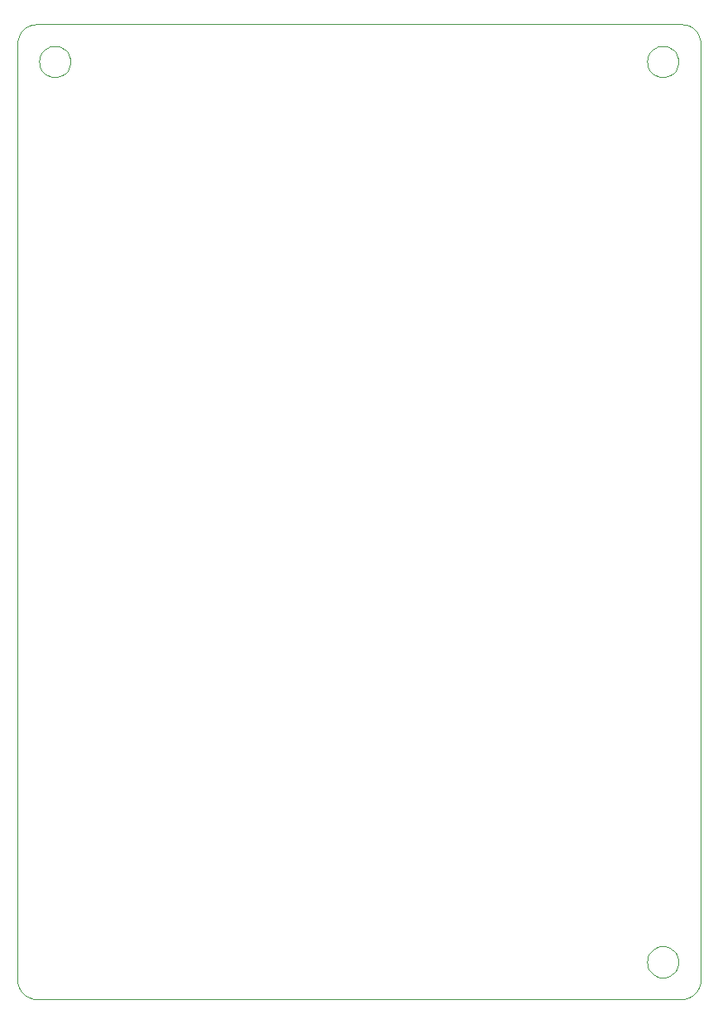
<source format=gm1>
G04*
G04 #@! TF.GenerationSoftware,Altium Limited,Altium Designer,21.0.8 (223)*
G04*
G04 Layer_Color=16711935*
%FSLAX25Y25*%
%MOIN*%
G70*
G04*
G04 #@! TF.SameCoordinates,0DE2D123-2560-44B9-80CC-8921B81A5650*
G04*
G04*
G04 #@! TF.FilePolarity,Positive*
G04*
G01*
G75*
%ADD10C,0.00394*%
D10*
X21299Y377500D02*
X21222Y378485D01*
X20991Y379447D01*
X20613Y380360D01*
X20096Y381203D01*
X19454Y381954D01*
X18703Y382596D01*
X17860Y383113D01*
X16947Y383491D01*
X15985Y383722D01*
X15000Y383799D01*
X14015Y383722D01*
X13053Y383491D01*
X12140Y383113D01*
X11297Y382596D01*
X10546Y381954D01*
X9904Y381203D01*
X9387Y380360D01*
X9009Y379447D01*
X8778Y378485D01*
X8701Y377500D01*
X8778Y376515D01*
X9009Y375553D01*
X9387Y374640D01*
X9904Y373797D01*
X10546Y373046D01*
X11297Y372404D01*
X12140Y371887D01*
X13053Y371509D01*
X14015Y371278D01*
X15000Y371201D01*
X15985Y371278D01*
X16947Y371509D01*
X17860Y371887D01*
X18703Y372404D01*
X19454Y373046D01*
X20096Y373797D01*
X20613Y374640D01*
X20991Y375553D01*
X21222Y376515D01*
X21299Y377500D01*
X266299D02*
X266222Y378485D01*
X265991Y379447D01*
X265613Y380360D01*
X265096Y381203D01*
X264454Y381954D01*
X263703Y382596D01*
X262860Y383113D01*
X261947Y383491D01*
X260985Y383722D01*
X260000Y383799D01*
X259015Y383722D01*
X258053Y383491D01*
X257140Y383113D01*
X256297Y382596D01*
X255546Y381954D01*
X254904Y381203D01*
X254387Y380360D01*
X254009Y379447D01*
X253778Y378485D01*
X253701Y377500D01*
X253778Y376515D01*
X254009Y375553D01*
X254387Y374640D01*
X254904Y373797D01*
X255546Y373046D01*
X256297Y372404D01*
X257140Y371887D01*
X258053Y371509D01*
X259015Y371278D01*
X260000Y371201D01*
X260985Y371278D01*
X261947Y371509D01*
X262860Y371887D01*
X263703Y372404D01*
X264454Y373046D01*
X265096Y373797D01*
X265613Y374640D01*
X265991Y375553D01*
X266222Y376515D01*
X266299Y377500D01*
Y15000D02*
X266222Y15985D01*
X265991Y16947D01*
X265613Y17860D01*
X265096Y18703D01*
X264454Y19454D01*
X263703Y20096D01*
X262860Y20613D01*
X261947Y20991D01*
X260985Y21222D01*
X260000Y21299D01*
X259015Y21222D01*
X258053Y20991D01*
X257140Y20613D01*
X256297Y20096D01*
X255546Y19454D01*
X254904Y18703D01*
X254387Y17860D01*
X254009Y16947D01*
X253778Y15985D01*
X253701Y15000D01*
X253778Y14015D01*
X254009Y13053D01*
X254387Y12140D01*
X254904Y11297D01*
X255546Y10546D01*
X256297Y9904D01*
X257140Y9387D01*
X258053Y9009D01*
X259015Y8778D01*
X260000Y8701D01*
X260985Y8778D01*
X261947Y9009D01*
X262860Y9387D01*
X263703Y9904D01*
X264454Y10546D01*
X265096Y11297D01*
X265613Y12140D01*
X265991Y13053D01*
X266222Y14015D01*
X266299Y15000D01*
X7720Y392520D02*
X6712Y392454D01*
X5722Y392257D01*
X4766Y391932D01*
X3860Y391485D01*
X3020Y390924D01*
X2261Y390259D01*
X1595Y389499D01*
X1034Y388660D01*
X588Y387754D01*
X263Y386798D01*
X66Y385808D01*
X0Y384800D01*
X275197Y384803D02*
X275131Y385810D01*
X274934Y386800D01*
X274609Y387756D01*
X274163Y388661D01*
X273602Y389501D01*
X272937Y390260D01*
X272178Y390925D01*
X271339Y391486D01*
X270433Y391932D01*
X269478Y392257D01*
X268488Y392454D01*
X267480Y392520D01*
X267500Y-0D02*
X268505Y66D01*
X269492Y262D01*
X270445Y586D01*
X271348Y1031D01*
X272186Y1591D01*
X272942Y2254D01*
X273606Y3011D01*
X274166Y3848D01*
X274611Y4751D01*
X274935Y5705D01*
X275131Y6692D01*
X275197Y7697D01*
X0Y7700D02*
X66Y6695D01*
X262Y5707D01*
X586Y4753D01*
X1032Y3850D01*
X1591Y3012D01*
X2255Y2255D01*
X3012Y1591D01*
X3850Y1032D01*
X4753Y586D01*
X5707Y262D01*
X6695Y66D01*
X7700Y0D01*
X0Y7700D02*
Y384800D01*
X7700Y0D02*
X267500D01*
X7720Y392520D02*
X267480D01*
X275197Y7697D02*
Y384803D01*
M02*

</source>
